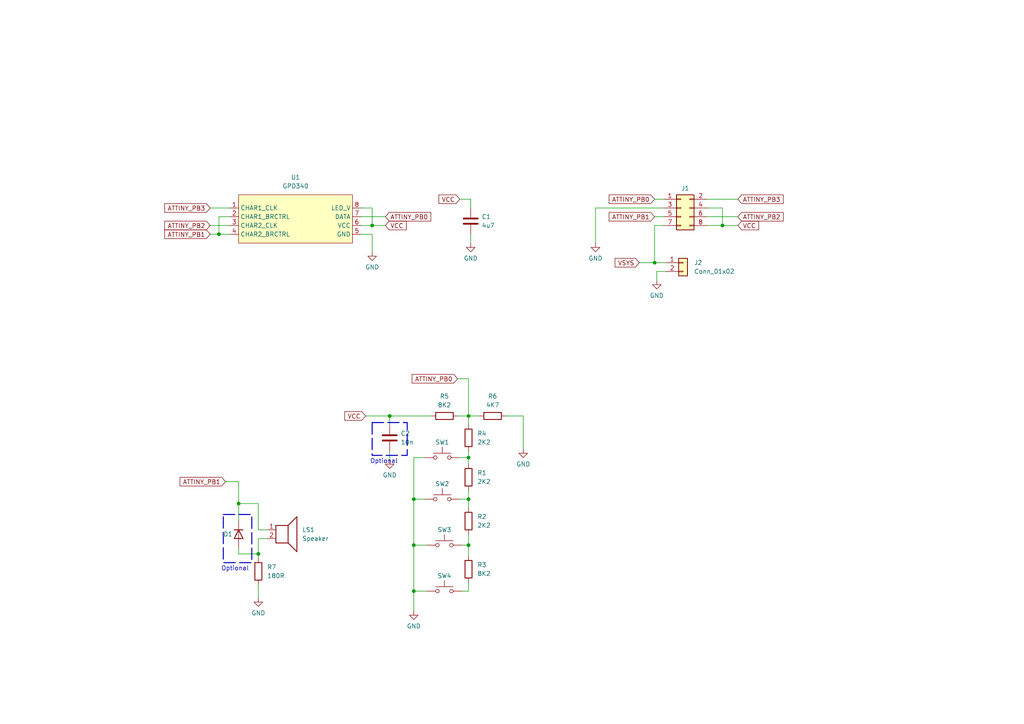
<source format=kicad_sch>
(kicad_sch (version 20230121) (generator eeschema)
  (paper "A4")
  (lib_symbols
    (symbol "Connector_Generic:Conn_01x02" (pin_names (offset 1.016) hide)
      (property "Reference" "J" (at 0 2.54 0))
      (property "Value" "Conn_01x02" (at 0 -5.08 0))
      (symbol "Conn_01x02_1_1"
        (rectangle (start -1.27 -2.413) (end 0 -2.667) (stroke (width 0.1524)))
        (rectangle (start -1.27 0.127) (end 0 -0.127) (stroke (width 0.1524)))
        (rectangle (start -1.27 1.27) (end 1.27 -3.81) (stroke (width 0.254)) (fill (type background)))
        (pin passive line (at -5.08 0 0) (length 3.81) (name "Pin_1") (number "1"))
        (pin passive line (at -5.08 -2.54 0) (length 3.81) (name "Pin_2") (number "2"))
      )
    )
    (symbol "Connector_Generic:Conn_02x04_Odd_Even" (pin_names (offset 1.016) hide)
      (property "Reference" "J" (at 1.27 5.08 0))
      (property "Value" "Conn_02x04_Odd_Even" (at 1.27 -7.62 0))
      (symbol "Conn_02x04_Odd_Even_1_1"
        (rectangle (start -1.27 -4.953) (end 0 -5.207) (stroke (width 0.1524)))
        (rectangle (start -1.27 -2.413) (end 0 -2.667) (stroke (width 0.1524)))
        (rectangle (start -1.27 0.127) (end 0 -0.127) (stroke (width 0.1524)))
        (rectangle (start -1.27 2.667) (end 0 2.413) (stroke (width 0.1524)))
        (rectangle (start -1.27 3.81) (end 3.81 -6.35) (stroke (width 0.254)) (fill (type background)))
        (rectangle (start 3.81 -4.953) (end 2.54 -5.207) (stroke (width 0.1524)))
        (rectangle (start 3.81 -2.413) (end 2.54 -2.667) (stroke (width 0.1524)))
        (rectangle (start 3.81 0.127) (end 2.54 -0.127) (stroke (width 0.1524)))
        (rectangle (start 3.81 2.667) (end 2.54 2.413) (stroke (width 0.1524)))
        (pin passive line (at -5.08 2.54 0) (length 3.81) (name "Pin_1") (number "1"))
        (pin passive line (at 7.62 2.54 180) (length 3.81) (name "Pin_2") (number "2"))
        (pin passive line (at -5.08 0 0) (length 3.81) (name "Pin_3") (number "3"))
        (pin passive line (at 7.62 0 180) (length 3.81) (name "Pin_4") (number "4"))
        (pin passive line (at -5.08 -2.54 0) (length 3.81) (name "Pin_5") (number "5"))
        (pin passive line (at 7.62 -2.54 180) (length 3.81) (name "Pin_6") (number "6"))
        (pin passive line (at -5.08 -5.08 0) (length 3.81) (name "Pin_7") (number "7"))
        (pin passive line (at 7.62 -5.08 180) (length 3.81) (name "Pin_8") (number "8"))
      )
    )
    (symbol "Device:C" (pin_numbers hide) (pin_names (offset 0.254))
      (property "Reference" "C" (at 0.635 2.54 0))
      (property "Value" "C" (at 0.635 -2.54 0))
      (symbol "C_0_1"
        (polyline (pts (xy -2.032 -0.762) (xy 2.032 -0.762)) (stroke (width 0.508)))
        (polyline (pts (xy -2.032 0.762) (xy 2.032 0.762)) (stroke (width 0.508)))
      )
      (symbol "C_1_1"
        (pin passive line (at 0 3.81 270) (length 2.794) (name "~") (number "1"))
        (pin passive line (at 0 -3.81 90) (length 2.794) (name "~") (number "2"))
      )
    )
    (symbol "Device:D" (pin_numbers hide) (pin_names (offset 1.016) hide)
      (property "Reference" "D" (at 0 2.54 0))
      (property "Value" "D" (at 0 -2.54 0))
      (symbol "D_0_1"
        (polyline (pts (xy -1.27 1.27) (xy -1.27 -1.27)) (stroke (width 0.254)))
        (polyline (pts (xy 1.27 0) (xy -1.27 0)))
        (polyline (pts (xy 1.27 1.27) (xy 1.27 -1.27) (xy -1.27 0) (xy 1.27 1.27)) (stroke (width 0.254)))
      )
      (symbol "D_1_1"
        (pin passive line (at -3.81 0 0) (length 2.54) (name "K") (number "1"))
        (pin passive line (at 3.81 0 180) (length 2.54) (name "A") (number "2"))
      )
    )
    (symbol "Device:R" (pin_numbers hide) (pin_names (offset 0))
      (property "Reference" "R" (at 2.032 0 90))
      (property "Value" "R" (at 0 0 90))
      (symbol "R_0_1"
        (rectangle (start -1.016 -2.54) (end 1.016 2.54) (stroke (width 0.254)))
      )
      (symbol "R_1_1"
        (pin passive line (at 0 3.81 270) (length 1.27) (name "~") (number "1"))
        (pin passive line (at 0 -3.81 90) (length 1.27) (name "~") (number "2"))
      )
    )
    (symbol "Device:Speaker" (pin_names (offset 0) hide)
      (property "Reference" "LS" (at 1.27 5.715 0))
      (property "Value" "Speaker" (at 1.27 3.81 0))
      (symbol "Speaker_0_0"
        (rectangle (start -2.54 1.27) (end 1.016 -3.81) (stroke (width 0.254)))
        (polyline (pts (xy 1.016 1.27) (xy 3.556 3.81) (xy 3.556 -6.35) (xy 1.016 -3.81)) (stroke (width 0.254)))
      )
      (symbol "Speaker_1_1"
        (pin input line (at -5.08 0 0) (length 2.54) (name "1") (number "1"))
        (pin input line (at -5.08 -2.54 0) (length 2.54) (name "2") (number "2"))
      )
    )
    (symbol "Switch:SW_Push" (pin_numbers hide) (pin_names (offset 1.016) hide)
      (property "Reference" "SW" (at 1.27 2.54 0))
      (property "Value" "SW_Push" (at 0 -1.524 0))
      (symbol "SW_Push_0_1"
        (circle (center -2.032 0) (radius 0.508))
        (polyline (pts (xy 0 1.27) (xy 0 3.048)))
        (polyline (pts (xy 2.54 1.27) (xy -2.54 1.27)))
        (circle (center 2.032 0) (radius 0.508))
        (pin passive line (at -5.08 0 0) (length 2.54) (name "1") (number "1"))
        (pin passive line (at 5.08 0 180) (length 2.54) (name "2") (number "2"))
      )
    )
    (symbol "components:GPD340"
      (property "Reference" "U" (at 0 0 0))
      (property "Value" "GPD340" (at 0 -7.62 0))
      (symbol "GPD340_1_1"
        (rectangle (start -16.51 7.62) (end 16.51 -6.35) (fill (type background)))
        (pin input line (at -19.05 3.81 0) (length 2.54) (name "CHAR1_CLK") (number "1"))
        (pin input line (at -19.05 1.27 0) (length 2.54) (name "CHAR1_BRCTRL") (number "2"))
        (pin input line (at -19.05 -1.27 0) (length 2.54) (name "CHAR2_CLK") (number "3"))
        (pin input line (at -19.05 -3.81 0) (length 2.54) (name "CHAR2_BRCTRL") (number "4"))
        (pin input line (at 19.05 -3.81 180) (length 2.54) (name "GND") (number "5"))
        (pin input line (at 19.05 -1.27 180) (length 2.54) (name "VCC") (number "6"))
        (pin input line (at 19.05 1.27 180) (length 2.54) (name "DATA") (number "7"))
        (pin input line (at 19.05 3.81 180) (length 2.54) (name "LED_V") (number "8"))
      )
    )
    (symbol "power:GND" (power) (pin_names (offset 0))
      (property "Value" "GND" (at 0 -3.81 0))
      (symbol "GND_0_1"
        (polyline (pts (xy 0 0) (xy 0 -1.27) (xy 1.27 -1.27) (xy 0 -2.54) (xy -1.27 -1.27) (xy 0 -1.27)))
      )
      (symbol "GND_1_1"
        (pin power_in line (at 0 0 270) (length 0) hide (name "GND") (number "1"))
      )
    )
  )
  (junction (at 189.865 76.2))
  (junction (at 135.89 158.115))
  (junction (at 107.95 65.405))
  (junction (at 135.89 120.65))
  (junction (at 135.89 132.715))
  (junction (at 120.015 158.115))
  (junction (at 209.55 65.405))
  (junction (at 74.93 160.655))
  (junction (at 120.015 171.45))
  (junction (at 63.5 67.945))
  (junction (at 113.03 120.65))
  (junction (at 135.89 144.78))
  (junction (at 69.215 146.05))
  (junction (at 120.015 144.78))
  (wire (pts (xy 190.5 78.74) (xy 193.04 78.74)))
  (wire (pts (xy 135.89 171.45) (xy 135.89 168.91)))
  (wire (pts (xy 77.47 156.21) (xy 74.93 156.21)))
  (wire (pts (xy 135.89 120.65) (xy 135.89 123.19)))
  (wire (pts (xy 107.95 65.405) (xy 104.775 65.405)))
  (wire (pts (xy 189.865 76.2) (xy 193.04 76.2)))
  (wire (pts (xy 189.865 65.405) (xy 192.405 65.405)))
  (wire (pts (xy 135.89 144.78) (xy 135.89 147.32)))
  (wire (pts (xy 133.35 132.715) (xy 135.89 132.715)))
  (wire (pts (xy 74.93 169.545) (xy 74.93 173.355)))
  (wire (pts (xy 135.89 142.24) (xy 135.89 144.78)))
  (wire (pts (xy 135.89 120.65) (xy 139.065 120.65)))
  (wire (pts (xy 104.775 67.945) (xy 107.95 67.945)))
  (wire (pts (xy 120.015 171.45) (xy 123.825 171.45)))
  (wire (pts (xy 190.5 78.74) (xy 190.5 81.28)))
  (wire (pts (xy 209.55 65.405) (xy 213.995 65.405)))
  (wire (pts (xy 136.525 60.325) (xy 136.525 57.785)))
  (wire (pts (xy 113.03 130.81) (xy 113.03 133.35)))
  (wire (pts (xy 120.015 132.715) (xy 120.015 144.78)))
  (wire (pts (xy 120.015 158.115) (xy 120.015 171.45)))
  (wire (pts (xy 107.95 67.945) (xy 107.95 73.025)))
  (wire (pts (xy 189.865 76.2) (xy 189.865 65.405)))
  (wire (pts (xy 60.96 65.405) (xy 66.675 65.405)))
  (wire (pts (xy 104.775 62.865) (xy 111.76 62.865)))
  (wire (pts (xy 205.105 62.865) (xy 213.995 62.865)))
  (wire (pts (xy 107.95 60.325) (xy 107.95 65.405)))
  (wire (pts (xy 136.525 67.945) (xy 136.525 70.485)))
  (wire (pts (xy 65.405 139.7) (xy 69.215 139.7)))
  (wire (pts (xy 106.045 120.65) (xy 113.03 120.65)))
  (wire (pts (xy 74.93 160.655) (xy 69.215 160.655)))
  (wire (pts (xy 123.19 132.715) (xy 120.015 132.715)))
  (wire (pts (xy 120.015 158.115) (xy 123.825 158.115)))
  (wire (pts (xy 120.015 171.45) (xy 120.015 177.165)))
  (wire (pts (xy 172.72 60.325) (xy 192.405 60.325)))
  (wire (pts (xy 146.685 120.65) (xy 151.765 120.65)))
  (wire (pts (xy 74.93 160.655) (xy 74.93 161.925)))
  (wire (pts (xy 69.215 146.05) (xy 69.215 151.13)))
  (wire (pts (xy 74.93 146.05) (xy 69.215 146.05)))
  (wire (pts (xy 120.015 144.78) (xy 120.015 158.115)))
  (wire (pts (xy 60.96 67.945) (xy 63.5 67.945)))
  (wire (pts (xy 135.89 132.715) (xy 135.89 134.62)))
  (wire (pts (xy 133.35 144.78) (xy 135.89 144.78)))
  (wire (pts (xy 209.55 60.325) (xy 209.55 65.405)))
  (wire (pts (xy 205.105 60.325) (xy 209.55 60.325)))
  (wire (pts (xy 133.35 57.785) (xy 136.525 57.785)))
  (wire (pts (xy 135.89 130.81) (xy 135.89 132.715)))
  (wire (pts (xy 189.865 57.785) (xy 192.405 57.785)))
  (wire (pts (xy 113.03 120.65) (xy 113.03 123.19)))
  (wire (pts (xy 151.765 120.65) (xy 151.765 130.175)))
  (wire (pts (xy 120.015 144.78) (xy 123.19 144.78)))
  (wire (pts (xy 74.93 156.21) (xy 74.93 160.655)))
  (wire (pts (xy 132.715 109.855) (xy 135.89 109.855)))
  (wire (pts (xy 135.89 158.115) (xy 135.89 154.94)))
  (wire (pts (xy 69.215 160.655) (xy 69.215 158.75)))
  (wire (pts (xy 172.72 60.325) (xy 172.72 70.485)))
  (wire (pts (xy 63.5 67.945) (xy 66.675 67.945)))
  (wire (pts (xy 104.775 60.325) (xy 107.95 60.325)))
  (wire (pts (xy 60.96 60.325) (xy 66.675 60.325)))
  (wire (pts (xy 135.89 158.115) (xy 135.89 161.29)))
  (wire (pts (xy 69.215 146.05) (xy 69.215 139.7)))
  (wire (pts (xy 133.985 158.115) (xy 135.89 158.115)))
  (wire (pts (xy 205.105 57.785) (xy 213.995 57.785)))
  (wire (pts (xy 185.42 76.2) (xy 189.865 76.2)))
  (wire (pts (xy 66.675 62.865) (xy 63.5 62.865)))
  (wire (pts (xy 205.105 65.405) (xy 209.55 65.405)))
  (wire (pts (xy 133.985 171.45) (xy 135.89 171.45)))
  (wire (pts (xy 63.5 62.865) (xy 63.5 67.945)))
  (wire (pts (xy 189.865 62.865) (xy 192.405 62.865)))
  (wire (pts (xy 113.03 120.65) (xy 125.095 120.65)))
  (wire (pts (xy 107.95 65.405) (xy 111.76 65.405)))
  (wire (pts (xy 74.93 153.67) (xy 74.93 146.05)))
  (wire (pts (xy 135.89 120.65) (xy 135.89 109.855)))
  (wire (pts (xy 77.47 153.67) (xy 74.93 153.67)))
  (wire (pts (xy 132.715 120.65) (xy 135.89 120.65)))
  (rectangle (start 107.95 122.555) (end 118.11 132.08) (stroke (width 0.3) (type dash)))
  (rectangle (start 64.77 149.225) (end 73.025 163.195) (stroke (width 0.3) (type dash)))
  (text "Optional" (at 64.135 165.735 0) (effects (font (size 1.27 1.27)) (justify left bottom)))
  (text "Optional" (at 107.315 134.62 0) (effects (font (size 1.27 1.27)) (justify left bottom)))
  (global_label "ATTINY_PB0" (shape input) (at 189.865 57.785 180) (property "Intersheetrefs" "${INTERSHEET_REFS}" (effects hide)))
  (global_label "VCC" (shape input) (at 106.045 120.65 180) (property "Intersheetrefs" "${INTERSHEET_REFS}" (effects hide)))
  (global_label "ATTINY_PB1" (shape input) (at 189.865 62.865 180) (property "Intersheetrefs" "${INTERSHEET_REFS}" (effects hide)))
  (global_label "VCC" (shape input) (at 133.35 57.785 180) (property "Intersheetrefs" "${INTERSHEET_REFS}" (effects hide)))
  (global_label "ATTINY_PB3" (shape input) (at 60.96 60.325 180) (property "Intersheetrefs" "${INTERSHEET_REFS}" (effects hide)))
  (global_label "ATTINY_PB1" (shape input) (at 60.96 67.945 180) (property "Intersheetrefs" "${INTERSHEET_REFS}" (effects hide)))
  (global_label "VSYS" (shape input) (at 185.42 76.2 180) (property "Intersheetrefs" "${INTERSHEET_REFS}" (effects hide)))
  (global_label "ATTINY_PB3" (shape input) (at 213.995 57.785 0) (property "Intersheetrefs" "${INTERSHEET_REFS}" (effects hide)))
  (global_label "ATTINY_PB0" (shape input) (at 111.76 62.865 0) (property "Intersheetrefs" "${INTERSHEET_REFS}" (effects hide)))
  (global_label "VCC" (shape input) (at 111.76 65.405 0) (property "Intersheetrefs" "${INTERSHEET_REFS}" (effects hide)))
  (global_label "ATTINY_PB1" (shape input) (at 65.405 139.7 180) (property "Intersheetrefs" "${INTERSHEET_REFS}" (effects hide)))
  (global_label "ATTINY_PB2" (shape input) (at 60.96 65.405 180) (property "Intersheetrefs" "${INTERSHEET_REFS}" (effects hide)))
  (global_label "ATTINY_PB0" (shape input) (at 132.715 109.855 180) (property "Intersheetrefs" "${INTERSHEET_REFS}" (effects hide)))
  (global_label "VCC" (shape input) (at 213.995 65.405 0) (property "Intersheetrefs" "${INTERSHEET_REFS}" (effects hide)))
  (global_label "ATTINY_PB2" (shape input) (at 213.995 62.865 0) (property "Intersheetrefs" "${INTERSHEET_REFS}" (effects hide)))
  (symbol (lib_id "Switch:SW_Push") (at 128.27 132.715 0) (unit 1)
    (property "Reference" "SW1" (at 128.27 128.27 0))
    (property "Value" "SW_Push" (effects hide))
    (property "Footprint" "components:TS18_TACTILE_SWITCH" (effects hide))
  )
  (symbol (lib_id "Switch:SW_Push") (at 128.905 158.115 0) (unit 1)
    (property "Reference" "SW3" (at 128.905 153.67 0))
    (property "Value" "SW_Push" (effects hide))
    (property "Footprint" "components:TS18_TACTILE_SWITCH" (effects hide))
  )
  (symbol (lib_id "components:GPD340") (at 85.725 64.135 0) (unit 1)
    (property "Reference" "U1" (at 85.725 51.435 0))
    (property "Value" "GPD340" (at 85.725 53.975 0))
    (property "Footprint" "Package_DIP:DIP-8_W7.62mm_Socket" (effects hide))
  )
  (symbol (lib_id "Switch:SW_Push") (at 128.905 171.45 0) (unit 1)
    (property "Reference" "SW4" (at 128.905 167.005 0))
    (property "Value" "SW_Push" (effects hide))
    (property "Footprint" "components:TS18_TACTILE_SWITCH" (effects hide))
  )
  (symbol (lib_id "Connector_Generic:Conn_01x02") (at 198.12 76.2 0) (unit 1)
    (property "Reference" "J2" (at 201.295 76.2 0) (effects (justify left)))
    (property "Value" "Conn_01x02" (at 201.295 78.74 0) (effects (justify left)))
    (property "Footprint" "Connector_PinHeader_2.54mm:PinHeader_1x02_P2.54mm_Vertical" (effects hide))
  )
  (symbol (lib_id "Device:D") (at 69.215 154.94 270) (unit 1)
    (property "Reference" "D1" (at 64.77 154.94 90) (effects (justify left)))
    (property "Value" "D" (effects hide))
    (property "Footprint" "Diode_SMD:D_SOD-123" (effects hide))
    (property "Sim.Device" "D" (effects hide))
    (property "Sim.Pins" "1=K 2=A" (effects hide))
  )
  (symbol (lib_id "Device:R") (at 142.875 120.65 90) (unit 1)
    (property "Reference" "R6" (at 142.875 114.935 90))
    (property "Value" "4K7" (at 142.875 117.475 90))
    (property "Footprint" "Resistor_SMD:R_0603_1608Metric" (effects hide))
  )
  (symbol (lib_id "power:GND") (at 172.72 70.485 0) (unit 1)
    (property "Reference" "#PWR04" (effects hide))
    (property "Value" "GND" (at 172.72 74.93 0))
  )
  (symbol (lib_id "Device:R") (at 74.93 165.735 0) (unit 1)
    (property "Reference" "R7" (at 77.47 164.465 0) (effects (justify left)))
    (property "Value" "180R" (at 77.47 167.005 0) (effects (justify left)))
    (property "Footprint" "Resistor_SMD:R_0603_1608Metric" (effects hide))
  )
  (symbol (lib_id "power:GND") (at 120.015 177.165 0) (unit 1)
    (property "Reference" "#PWR01" (effects hide))
    (property "Value" "GND" (at 120.015 181.61 0))
  )
  (symbol (lib_id "power:GND") (at 136.525 70.485 0) (unit 1)
    (property "Reference" "#PWR07" (effects hide))
    (property "Value" "GND" (at 136.525 74.93 0))
  )
  (symbol (lib_id "Device:R") (at 135.89 151.13 0) (unit 1)
    (property "Reference" "R2" (at 138.43 149.86 0) (effects (justify left)))
    (property "Value" "2K2" (at 138.43 152.4 0) (effects (justify left)))
    (property "Footprint" "Resistor_SMD:R_0603_1608Metric" (effects hide))
  )
  (symbol (lib_id "Device:R") (at 135.89 138.43 0) (unit 1)
    (property "Reference" "R1" (at 138.43 137.16 0) (effects (justify left)))
    (property "Value" "2K2" (at 138.43 139.7 0) (effects (justify left)))
    (property "Footprint" "Resistor_SMD:R_0603_1608Metric" (effects hide))
  )
  (symbol (lib_id "Device:R") (at 135.89 127 0) (unit 1)
    (property "Reference" "R4" (at 138.43 125.73 0) (effects (justify left)))
    (property "Value" "2K2" (at 138.43 128.27 0) (effects (justify left)))
    (property "Footprint" "Resistor_SMD:R_0603_1608Metric" (effects hide))
  )
  (symbol (lib_id "power:GND") (at 113.03 133.35 0) (unit 1)
    (property "Reference" "#PWR08" (effects hide))
    (property "Value" "GND" (at 113.03 137.795 0))
  )
  (symbol (lib_id "power:GND") (at 107.95 73.025 0) (unit 1)
    (property "Reference" "#PWR06" (effects hide))
    (property "Value" "GND" (at 107.95 77.47 0))
  )
  (symbol (lib_id "power:GND") (at 151.765 130.175 0) (unit 1)
    (property "Reference" "#PWR02" (effects hide))
    (property "Value" "GND" (at 151.765 134.62 0))
  )
  (symbol (lib_id "Device:C") (at 136.525 64.135 0) (unit 1)
    (property "Reference" "C1" (at 139.7 62.865 0) (effects (justify left)))
    (property "Value" "4u7" (at 139.7 65.405 0) (effects (justify left)))
    (property "Footprint" "Capacitor_SMD:C_0603_1608Metric" (effects hide))
  )
  (symbol (lib_id "Device:R") (at 135.89 165.1 0) (unit 1)
    (property "Reference" "R3" (at 138.43 163.83 0) (effects (justify left)))
    (property "Value" "8K2" (at 138.43 166.37 0) (effects (justify left)))
    (property "Footprint" "Resistor_SMD:R_0603_1608Metric" (effects hide))
  )
  (symbol (lib_id "Switch:SW_Push") (at 128.27 144.78 0) (unit 1)
    (property "Reference" "SW2" (at 128.27 140.335 0))
    (property "Value" "SW_Push" (effects hide))
    (property "Footprint" "components:TS18_TACTILE_SWITCH" (effects hide))
  )
  (symbol (lib_id "power:GND") (at 74.93 173.355 0) (unit 1)
    (property "Reference" "#PWR03" (effects hide))
    (property "Value" "GND" (at 74.93 177.8 0))
  )
  (symbol (lib_id "Device:R") (at 128.905 120.65 90) (unit 1)
    (property "Reference" "R5" (at 128.905 114.935 90))
    (property "Value" "8K2" (at 128.905 117.475 90))
    (property "Footprint" "Resistor_SMD:R_0603_1608Metric" (effects hide))
  )
  (symbol (lib_id "Connector_Generic:Conn_02x04_Odd_Even") (at 197.485 60.325 0) (unit 1)
    (property "Reference" "J1" (at 198.755 54.61 0))
    (property "Value" "Conn_02x04_Odd_Even" (effects hide))
    (property "Footprint" "components:card_edge_2x4" (effects hide))
  )
  (symbol (lib_id "power:GND") (at 190.5 81.28 0) (unit 1)
    (property "Reference" "#PWR05" (effects hide))
    (property "Value" "GND" (at 190.5 85.725 0))
  )
  (symbol (lib_id "Device:Speaker") (at 82.55 153.67 0) (unit 1)
    (property "Reference" "LS1" (at 87.63 153.67 0) (effects (justify left)))
    (property "Value" "Speaker" (at 87.63 156.21 0) (effects (justify left)))
    (property "Footprint" "components:BUZZER_CMT-0525" (effects hide))
  )
  (symbol (lib_id "Device:C") (at 113.03 127 0) (unit 1)
    (property "Reference" "C2" (at 116.205 125.73 0) (effects (justify left)))
    (property "Value" "10n" (at 116.205 128.27 0) (effects (justify left)))
    (property "Footprint" "Capacitor_SMD:C_0603_1608Metric" (effects hide))
  )
)
</source>
